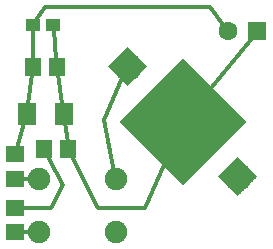
<source format=gtl>
G04 MADE WITH FRITZING*
G04 WWW.FRITZING.ORG*
G04 DOUBLE SIDED*
G04 HOLES PLATED*
G04 CONTOUR ON CENTER OF CONTOUR VECTOR*
%ASAXBY*%
%FSLAX23Y23*%
%MOIN*%
%OFA0B0*%
%SFA1.0B1.0*%
%ADD10C,0.062992*%
%ADD11C,0.075000*%
%ADD12C,0.093000*%
%ADD13R,0.055118X0.059055*%
%ADD14R,0.047244X0.043307*%
%ADD15R,0.062992X0.074803*%
%ADD16R,0.059055X0.055118*%
%ADD17R,0.062992X0.062992*%
%ADD18C,0.012000*%
%ADD19R,0.001000X0.001000*%
%LNCOPPER1*%
G90*
G70*
G54D10*
X877Y724D03*
X779Y724D03*
G54D11*
X149Y232D03*
X405Y232D03*
X149Y55D03*
X405Y55D03*
G54D12*
X444Y606D03*
X812Y238D03*
X444Y606D03*
X812Y238D03*
G54D13*
X247Y330D03*
X166Y330D03*
G54D14*
X129Y744D03*
X196Y744D03*
G54D13*
X129Y606D03*
X210Y606D03*
G54D15*
X109Y448D03*
X231Y448D03*
G54D16*
X70Y232D03*
X70Y313D03*
X70Y55D03*
X70Y135D03*
G54D17*
X877Y724D03*
G54D18*
X94Y55D02*
X126Y55D01*
D02*
X179Y306D02*
X228Y212D01*
D02*
X228Y212D02*
X188Y133D01*
D02*
X188Y133D02*
X94Y135D01*
D02*
X244Y354D02*
X236Y417D01*
D02*
X213Y582D02*
X227Y480D01*
D02*
X198Y728D02*
X207Y630D01*
D02*
X345Y133D02*
X259Y306D01*
D02*
X503Y133D02*
X345Y133D01*
D02*
X578Y307D02*
X503Y133D01*
D02*
X129Y728D02*
X129Y630D01*
D02*
X113Y480D02*
X126Y582D01*
D02*
X76Y335D02*
X100Y417D01*
D02*
X94Y232D02*
X126Y232D01*
D02*
X708Y519D02*
X864Y708D01*
D02*
X766Y741D02*
X720Y803D01*
D02*
X720Y803D02*
X168Y803D01*
D02*
X168Y803D02*
X140Y760D01*
D02*
X400Y255D02*
X365Y429D01*
D02*
X365Y429D02*
X427Y567D01*
G36*
X840Y422D02*
X628Y210D01*
X416Y422D01*
X628Y634D01*
X840Y422D01*
G37*
D02*
G54D19*
X443Y671D02*
X444Y671D01*
X442Y670D02*
X445Y670D01*
X441Y669D02*
X446Y669D01*
X440Y668D02*
X447Y668D01*
X439Y667D02*
X448Y667D01*
X438Y666D02*
X449Y666D01*
X437Y665D02*
X450Y665D01*
X436Y664D02*
X451Y664D01*
X435Y663D02*
X452Y663D01*
X434Y662D02*
X453Y662D01*
X433Y661D02*
X454Y661D01*
X432Y660D02*
X455Y660D01*
X431Y659D02*
X456Y659D01*
X430Y658D02*
X457Y658D01*
X429Y657D02*
X458Y657D01*
X428Y656D02*
X459Y656D01*
X427Y655D02*
X460Y655D01*
X426Y654D02*
X461Y654D01*
X425Y653D02*
X462Y653D01*
X424Y652D02*
X463Y652D01*
X423Y651D02*
X464Y651D01*
X422Y650D02*
X465Y650D01*
X421Y649D02*
X466Y649D01*
X420Y648D02*
X467Y648D01*
X419Y647D02*
X468Y647D01*
X418Y646D02*
X469Y646D01*
X417Y645D02*
X470Y645D01*
X416Y644D02*
X471Y644D01*
X415Y643D02*
X472Y643D01*
X414Y642D02*
X436Y642D01*
X451Y642D02*
X473Y642D01*
X413Y641D02*
X432Y641D01*
X455Y641D02*
X474Y641D01*
X412Y640D02*
X429Y640D01*
X458Y640D02*
X475Y640D01*
X411Y639D02*
X427Y639D01*
X460Y639D02*
X476Y639D01*
X410Y638D02*
X425Y638D01*
X462Y638D02*
X477Y638D01*
X409Y637D02*
X423Y637D01*
X463Y637D02*
X478Y637D01*
X408Y636D02*
X422Y636D01*
X465Y636D02*
X479Y636D01*
X407Y635D02*
X420Y635D01*
X466Y635D02*
X480Y635D01*
X406Y634D02*
X419Y634D01*
X467Y634D02*
X481Y634D01*
X405Y633D02*
X418Y633D01*
X469Y633D02*
X482Y633D01*
X404Y632D02*
X417Y632D01*
X470Y632D02*
X483Y632D01*
X403Y631D02*
X416Y631D01*
X471Y631D02*
X484Y631D01*
X402Y630D02*
X415Y630D01*
X472Y630D02*
X485Y630D01*
X401Y629D02*
X414Y629D01*
X472Y629D02*
X486Y629D01*
X400Y628D02*
X414Y628D01*
X473Y628D02*
X487Y628D01*
X399Y627D02*
X413Y627D01*
X474Y627D02*
X488Y627D01*
X398Y626D02*
X412Y626D01*
X475Y626D02*
X489Y626D01*
X397Y625D02*
X412Y625D01*
X475Y625D02*
X490Y625D01*
X396Y624D02*
X411Y624D01*
X476Y624D02*
X491Y624D01*
X395Y623D02*
X410Y623D01*
X476Y623D02*
X492Y623D01*
X394Y622D02*
X410Y622D01*
X477Y622D02*
X493Y622D01*
X393Y621D02*
X410Y621D01*
X477Y621D02*
X494Y621D01*
X392Y620D02*
X409Y620D01*
X478Y620D02*
X495Y620D01*
X391Y619D02*
X409Y619D01*
X478Y619D02*
X496Y619D01*
X390Y618D02*
X408Y618D01*
X478Y618D02*
X497Y618D01*
X389Y617D02*
X408Y617D01*
X479Y617D02*
X498Y617D01*
X388Y616D02*
X408Y616D01*
X479Y616D02*
X499Y616D01*
X387Y615D02*
X407Y615D01*
X479Y615D02*
X500Y615D01*
X386Y614D02*
X407Y614D01*
X479Y614D02*
X501Y614D01*
X385Y613D02*
X407Y613D01*
X480Y613D02*
X502Y613D01*
X384Y612D02*
X407Y612D01*
X480Y612D02*
X503Y612D01*
X383Y611D02*
X407Y611D01*
X480Y611D02*
X504Y611D01*
X382Y610D02*
X407Y610D01*
X480Y610D02*
X505Y610D01*
X381Y609D02*
X406Y609D01*
X480Y609D02*
X506Y609D01*
X380Y608D02*
X406Y608D01*
X480Y608D02*
X507Y608D01*
X379Y607D02*
X406Y607D01*
X480Y607D02*
X508Y607D01*
X378Y606D02*
X406Y606D01*
X480Y606D02*
X508Y606D01*
X379Y605D02*
X406Y605D01*
X480Y605D02*
X507Y605D01*
X380Y604D02*
X406Y604D01*
X480Y604D02*
X506Y604D01*
X381Y603D02*
X407Y603D01*
X480Y603D02*
X505Y603D01*
X382Y602D02*
X407Y602D01*
X480Y602D02*
X504Y602D01*
X383Y601D02*
X407Y601D01*
X480Y601D02*
X503Y601D01*
X384Y600D02*
X407Y600D01*
X480Y600D02*
X502Y600D01*
X385Y599D02*
X407Y599D01*
X480Y599D02*
X501Y599D01*
X386Y598D02*
X407Y598D01*
X479Y598D02*
X500Y598D01*
X387Y597D02*
X408Y597D01*
X479Y597D02*
X499Y597D01*
X388Y596D02*
X408Y596D01*
X479Y596D02*
X498Y596D01*
X389Y595D02*
X408Y595D01*
X479Y595D02*
X497Y595D01*
X390Y594D02*
X409Y594D01*
X478Y594D02*
X496Y594D01*
X391Y593D02*
X409Y593D01*
X478Y593D02*
X495Y593D01*
X392Y592D02*
X409Y592D01*
X477Y592D02*
X494Y592D01*
X393Y591D02*
X410Y591D01*
X477Y591D02*
X493Y591D01*
X394Y590D02*
X410Y590D01*
X476Y590D02*
X492Y590D01*
X395Y589D02*
X411Y589D01*
X476Y589D02*
X491Y589D01*
X396Y588D02*
X411Y588D01*
X475Y588D02*
X490Y588D01*
X397Y587D02*
X412Y587D01*
X475Y587D02*
X489Y587D01*
X398Y586D02*
X413Y586D01*
X474Y586D02*
X488Y586D01*
X399Y585D02*
X413Y585D01*
X473Y585D02*
X487Y585D01*
X400Y584D02*
X414Y584D01*
X473Y584D02*
X486Y584D01*
X401Y583D02*
X415Y583D01*
X472Y583D02*
X485Y583D01*
X402Y582D02*
X416Y582D01*
X471Y582D02*
X484Y582D01*
X403Y581D02*
X417Y581D01*
X470Y581D02*
X483Y581D01*
X404Y580D02*
X418Y580D01*
X469Y580D02*
X482Y580D01*
X405Y579D02*
X419Y579D01*
X468Y579D02*
X481Y579D01*
X406Y578D02*
X420Y578D01*
X467Y578D02*
X480Y578D01*
X407Y577D02*
X421Y577D01*
X466Y577D02*
X479Y577D01*
X408Y576D02*
X422Y576D01*
X464Y576D02*
X478Y576D01*
X409Y575D02*
X424Y575D01*
X463Y575D02*
X477Y575D01*
X410Y574D02*
X426Y574D01*
X461Y574D02*
X476Y574D01*
X411Y573D02*
X428Y573D01*
X459Y573D02*
X475Y573D01*
X412Y572D02*
X430Y572D01*
X456Y572D02*
X474Y572D01*
X413Y571D02*
X434Y571D01*
X453Y571D02*
X473Y571D01*
X414Y570D02*
X439Y570D01*
X448Y570D02*
X472Y570D01*
X415Y569D02*
X471Y569D01*
X416Y568D02*
X470Y568D01*
X417Y567D02*
X469Y567D01*
X418Y566D02*
X468Y566D01*
X419Y565D02*
X467Y565D01*
X420Y564D02*
X466Y564D01*
X421Y563D02*
X465Y563D01*
X422Y562D02*
X464Y562D01*
X423Y561D02*
X463Y561D01*
X424Y560D02*
X462Y560D01*
X425Y559D02*
X461Y559D01*
X426Y558D02*
X460Y558D01*
X427Y557D02*
X459Y557D01*
X428Y556D02*
X458Y556D01*
X429Y555D02*
X457Y555D01*
X430Y554D02*
X456Y554D01*
X431Y553D02*
X455Y553D01*
X432Y552D02*
X454Y552D01*
X433Y551D02*
X453Y551D01*
X434Y550D02*
X452Y550D01*
X435Y549D02*
X451Y549D01*
X436Y548D02*
X450Y548D01*
X437Y547D02*
X449Y547D01*
X438Y546D02*
X448Y546D01*
X439Y545D02*
X447Y545D01*
X440Y544D02*
X446Y544D01*
X441Y543D02*
X445Y543D01*
X442Y542D02*
X444Y542D01*
X443Y541D02*
X443Y541D01*
X811Y304D02*
X811Y304D01*
X810Y303D02*
X812Y303D01*
X809Y302D02*
X813Y302D01*
X808Y301D02*
X814Y301D01*
X807Y300D02*
X815Y300D01*
X806Y299D02*
X816Y299D01*
X805Y298D02*
X817Y298D01*
X804Y297D02*
X818Y297D01*
X803Y296D02*
X819Y296D01*
X802Y295D02*
X820Y295D01*
X801Y294D02*
X821Y294D01*
X800Y293D02*
X822Y293D01*
X799Y292D02*
X823Y292D01*
X798Y291D02*
X824Y291D01*
X797Y290D02*
X825Y290D01*
X796Y289D02*
X826Y289D01*
X795Y288D02*
X827Y288D01*
X794Y287D02*
X828Y287D01*
X793Y286D02*
X829Y286D01*
X792Y285D02*
X830Y285D01*
X791Y284D02*
X831Y284D01*
X790Y283D02*
X832Y283D01*
X789Y282D02*
X833Y282D01*
X788Y281D02*
X834Y281D01*
X787Y280D02*
X835Y280D01*
X786Y279D02*
X836Y279D01*
X785Y278D02*
X837Y278D01*
X784Y277D02*
X838Y277D01*
X783Y276D02*
X839Y276D01*
X782Y275D02*
X807Y275D01*
X815Y275D02*
X840Y275D01*
X781Y274D02*
X801Y274D01*
X820Y274D02*
X841Y274D01*
X780Y273D02*
X798Y273D01*
X824Y273D02*
X842Y273D01*
X779Y272D02*
X796Y272D01*
X826Y272D02*
X843Y272D01*
X778Y271D02*
X793Y271D01*
X828Y271D02*
X844Y271D01*
X777Y270D02*
X792Y270D01*
X830Y270D02*
X845Y270D01*
X776Y269D02*
X790Y269D01*
X832Y269D02*
X846Y269D01*
X775Y268D02*
X789Y268D01*
X833Y268D02*
X847Y268D01*
X774Y267D02*
X787Y267D01*
X834Y267D02*
X848Y267D01*
X773Y266D02*
X786Y266D01*
X836Y266D02*
X849Y266D01*
X772Y265D02*
X785Y265D01*
X837Y265D02*
X850Y265D01*
X771Y264D02*
X784Y264D01*
X838Y264D02*
X851Y264D01*
X770Y263D02*
X783Y263D01*
X839Y263D02*
X852Y263D01*
X769Y262D02*
X782Y262D01*
X839Y262D02*
X853Y262D01*
X768Y261D02*
X782Y261D01*
X840Y261D02*
X854Y261D01*
X767Y260D02*
X781Y260D01*
X841Y260D02*
X855Y260D01*
X766Y259D02*
X780Y259D01*
X842Y259D02*
X856Y259D01*
X765Y258D02*
X779Y258D01*
X842Y258D02*
X857Y258D01*
X764Y257D02*
X779Y257D01*
X843Y257D02*
X858Y257D01*
X763Y256D02*
X778Y256D01*
X843Y256D02*
X859Y256D01*
X762Y255D02*
X778Y255D01*
X844Y255D02*
X860Y255D01*
X761Y254D02*
X777Y254D01*
X844Y254D02*
X861Y254D01*
X760Y253D02*
X777Y253D01*
X845Y253D02*
X862Y253D01*
X759Y252D02*
X776Y252D01*
X845Y252D02*
X863Y252D01*
X758Y251D02*
X776Y251D01*
X846Y251D02*
X864Y251D01*
X757Y250D02*
X776Y250D01*
X846Y250D02*
X865Y250D01*
X756Y249D02*
X775Y249D01*
X846Y249D02*
X866Y249D01*
X755Y248D02*
X775Y248D01*
X847Y248D02*
X867Y248D01*
X754Y247D02*
X775Y247D01*
X847Y247D02*
X868Y247D01*
X753Y246D02*
X775Y246D01*
X847Y246D02*
X869Y246D01*
X752Y245D02*
X774Y245D01*
X847Y245D02*
X870Y245D01*
X751Y244D02*
X774Y244D01*
X847Y244D02*
X871Y244D01*
X750Y243D02*
X774Y243D01*
X848Y243D02*
X872Y243D01*
X749Y242D02*
X774Y242D01*
X848Y242D02*
X873Y242D01*
X748Y241D02*
X774Y241D01*
X848Y241D02*
X874Y241D01*
X747Y240D02*
X774Y240D01*
X848Y240D02*
X875Y240D01*
X746Y239D02*
X774Y239D01*
X848Y239D02*
X876Y239D01*
X746Y238D02*
X774Y238D01*
X848Y238D02*
X875Y238D01*
X747Y237D02*
X774Y237D01*
X848Y237D02*
X874Y237D01*
X748Y236D02*
X774Y236D01*
X848Y236D02*
X873Y236D01*
X749Y235D02*
X774Y235D01*
X848Y235D02*
X872Y235D01*
X750Y234D02*
X774Y234D01*
X848Y234D02*
X871Y234D01*
X751Y233D02*
X774Y233D01*
X847Y233D02*
X870Y233D01*
X752Y232D02*
X775Y232D01*
X847Y232D02*
X869Y232D01*
X753Y231D02*
X775Y231D01*
X847Y231D02*
X868Y231D01*
X754Y230D02*
X775Y230D01*
X847Y230D02*
X867Y230D01*
X755Y229D02*
X775Y229D01*
X847Y229D02*
X866Y229D01*
X756Y228D02*
X776Y228D01*
X846Y228D02*
X865Y228D01*
X757Y227D02*
X776Y227D01*
X846Y227D02*
X864Y227D01*
X758Y226D02*
X776Y226D01*
X846Y226D02*
X863Y226D01*
X759Y225D02*
X777Y225D01*
X845Y225D02*
X862Y225D01*
X760Y224D02*
X777Y224D01*
X845Y224D02*
X861Y224D01*
X761Y223D02*
X777Y223D01*
X844Y223D02*
X860Y223D01*
X762Y222D02*
X778Y222D01*
X844Y222D02*
X859Y222D01*
X763Y221D02*
X778Y221D01*
X843Y221D02*
X858Y221D01*
X764Y220D02*
X779Y220D01*
X843Y220D02*
X857Y220D01*
X765Y219D02*
X780Y219D01*
X842Y219D02*
X856Y219D01*
X766Y218D02*
X780Y218D01*
X841Y218D02*
X855Y218D01*
X767Y217D02*
X781Y217D01*
X841Y217D02*
X854Y217D01*
X768Y216D02*
X782Y216D01*
X840Y216D02*
X853Y216D01*
X769Y215D02*
X783Y215D01*
X839Y215D02*
X852Y215D01*
X770Y214D02*
X784Y214D01*
X838Y214D02*
X851Y214D01*
X771Y213D02*
X784Y213D01*
X837Y213D02*
X850Y213D01*
X772Y212D02*
X786Y212D01*
X836Y212D02*
X849Y212D01*
X773Y211D02*
X787Y211D01*
X835Y211D02*
X848Y211D01*
X774Y210D02*
X788Y210D01*
X834Y210D02*
X847Y210D01*
X775Y209D02*
X789Y209D01*
X833Y209D02*
X846Y209D01*
X776Y208D02*
X791Y208D01*
X831Y208D02*
X845Y208D01*
X777Y207D02*
X792Y207D01*
X829Y207D02*
X844Y207D01*
X778Y206D02*
X794Y206D01*
X828Y206D02*
X843Y206D01*
X779Y205D02*
X796Y205D01*
X825Y205D02*
X842Y205D01*
X780Y204D02*
X799Y204D01*
X823Y204D02*
X841Y204D01*
X781Y203D02*
X803Y203D01*
X819Y203D02*
X840Y203D01*
X782Y202D02*
X839Y202D01*
X783Y201D02*
X838Y201D01*
X784Y200D02*
X837Y200D01*
X785Y199D02*
X836Y199D01*
X786Y198D02*
X835Y198D01*
X787Y197D02*
X834Y197D01*
X788Y196D02*
X833Y196D01*
X789Y195D02*
X832Y195D01*
X790Y194D02*
X831Y194D01*
X791Y193D02*
X830Y193D01*
X792Y192D02*
X829Y192D01*
X793Y191D02*
X828Y191D01*
X794Y190D02*
X827Y190D01*
X795Y189D02*
X826Y189D01*
X796Y188D02*
X825Y188D01*
X797Y187D02*
X824Y187D01*
X798Y186D02*
X823Y186D01*
X799Y185D02*
X822Y185D01*
X800Y184D02*
X821Y184D01*
X801Y183D02*
X820Y183D01*
X802Y182D02*
X819Y182D01*
X803Y181D02*
X818Y181D01*
X804Y180D02*
X817Y180D01*
X805Y179D02*
X816Y179D01*
X806Y178D02*
X815Y178D01*
X807Y177D02*
X814Y177D01*
X808Y176D02*
X813Y176D01*
X809Y175D02*
X812Y175D01*
X810Y174D02*
X811Y174D01*
D02*
G04 End of Copper1*
M02*
</source>
